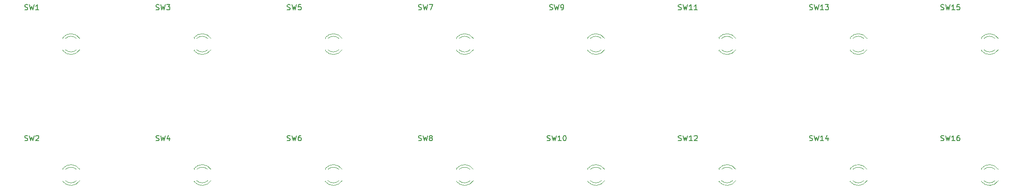
<source format=gbr>
%TF.GenerationSoftware,KiCad,Pcbnew,(5.1.7-0-10_14)*%
%TF.CreationDate,2020-10-27T13:19:28-03:00*%
%TF.ProjectId,macedo module 3,6d616365-646f-4206-9d6f-64756c652033,1*%
%TF.SameCoordinates,Original*%
%TF.FileFunction,Legend,Top*%
%TF.FilePolarity,Positive*%
%FSLAX46Y46*%
G04 Gerber Fmt 4.6, Leading zero omitted, Abs format (unit mm)*
G04 Created by KiCad (PCBNEW (5.1.7-0-10_14)) date 2020-10-27 13:19:28*
%MOMM*%
%LPD*%
G01*
G04 APERTURE LIST*
%ADD10C,0.120000*%
%ADD11C,0.150000*%
G04 APERTURE END LIST*
D10*
%TO.C,D1*%
X60510000Y-73164000D02*
X60510000Y-73320000D01*
X60510000Y-75480000D02*
X60510000Y-75636000D01*
X63111130Y-75479837D02*
G75*
G02*
X61029039Y-75480000I-1041130J1079837D01*
G01*
X63111130Y-73320163D02*
G75*
G03*
X61029039Y-73320000I-1041130J-1079837D01*
G01*
X63742335Y-75478608D02*
G75*
G02*
X60510000Y-75635516I-1672335J1078608D01*
G01*
X63742335Y-73321392D02*
G75*
G03*
X60510000Y-73164484I-1672335J-1078608D01*
G01*
%TO.C,D2*%
X60510000Y-100480000D02*
X60510000Y-100636000D01*
X60510000Y-98164000D02*
X60510000Y-98320000D01*
X63742335Y-98321392D02*
G75*
G03*
X60510000Y-98164484I-1672335J-1078608D01*
G01*
X63742335Y-100478608D02*
G75*
G02*
X60510000Y-100635516I-1672335J1078608D01*
G01*
X63111130Y-98320163D02*
G75*
G03*
X61029039Y-98320000I-1041130J-1079837D01*
G01*
X63111130Y-100479837D02*
G75*
G02*
X61029039Y-100480000I-1041130J1079837D01*
G01*
%TO.C,D3*%
X85510000Y-75480000D02*
X85510000Y-75636000D01*
X85510000Y-73164000D02*
X85510000Y-73320000D01*
X88742335Y-73321392D02*
G75*
G03*
X85510000Y-73164484I-1672335J-1078608D01*
G01*
X88742335Y-75478608D02*
G75*
G02*
X85510000Y-75635516I-1672335J1078608D01*
G01*
X88111130Y-73320163D02*
G75*
G03*
X86029039Y-73320000I-1041130J-1079837D01*
G01*
X88111130Y-75479837D02*
G75*
G02*
X86029039Y-75480000I-1041130J1079837D01*
G01*
%TO.C,D4*%
X85510000Y-100480000D02*
X85510000Y-100636000D01*
X85510000Y-98164000D02*
X85510000Y-98320000D01*
X88742335Y-98321392D02*
G75*
G03*
X85510000Y-98164484I-1672335J-1078608D01*
G01*
X88742335Y-100478608D02*
G75*
G02*
X85510000Y-100635516I-1672335J1078608D01*
G01*
X88111130Y-98320163D02*
G75*
G03*
X86029039Y-98320000I-1041130J-1079837D01*
G01*
X88111130Y-100479837D02*
G75*
G02*
X86029039Y-100480000I-1041130J1079837D01*
G01*
%TO.C,D5*%
X110510000Y-73164000D02*
X110510000Y-73320000D01*
X110510000Y-75480000D02*
X110510000Y-75636000D01*
X113111130Y-75479837D02*
G75*
G02*
X111029039Y-75480000I-1041130J1079837D01*
G01*
X113111130Y-73320163D02*
G75*
G03*
X111029039Y-73320000I-1041130J-1079837D01*
G01*
X113742335Y-75478608D02*
G75*
G02*
X110510000Y-75635516I-1672335J1078608D01*
G01*
X113742335Y-73321392D02*
G75*
G03*
X110510000Y-73164484I-1672335J-1078608D01*
G01*
%TO.C,D6*%
X110510000Y-100480000D02*
X110510000Y-100636000D01*
X110510000Y-98164000D02*
X110510000Y-98320000D01*
X113742335Y-98321392D02*
G75*
G03*
X110510000Y-98164484I-1672335J-1078608D01*
G01*
X113742335Y-100478608D02*
G75*
G02*
X110510000Y-100635516I-1672335J1078608D01*
G01*
X113111130Y-98320163D02*
G75*
G03*
X111029039Y-98320000I-1041130J-1079837D01*
G01*
X113111130Y-100479837D02*
G75*
G02*
X111029039Y-100480000I-1041130J1079837D01*
G01*
%TO.C,D7*%
X135510000Y-75480000D02*
X135510000Y-75636000D01*
X135510000Y-73164000D02*
X135510000Y-73320000D01*
X138742335Y-73321392D02*
G75*
G03*
X135510000Y-73164484I-1672335J-1078608D01*
G01*
X138742335Y-75478608D02*
G75*
G02*
X135510000Y-75635516I-1672335J1078608D01*
G01*
X138111130Y-73320163D02*
G75*
G03*
X136029039Y-73320000I-1041130J-1079837D01*
G01*
X138111130Y-75479837D02*
G75*
G02*
X136029039Y-75480000I-1041130J1079837D01*
G01*
%TO.C,D8*%
X135510000Y-98164000D02*
X135510000Y-98320000D01*
X135510000Y-100480000D02*
X135510000Y-100636000D01*
X138111130Y-100479837D02*
G75*
G02*
X136029039Y-100480000I-1041130J1079837D01*
G01*
X138111130Y-98320163D02*
G75*
G03*
X136029039Y-98320000I-1041130J-1079837D01*
G01*
X138742335Y-100478608D02*
G75*
G02*
X135510000Y-100635516I-1672335J1078608D01*
G01*
X138742335Y-98321392D02*
G75*
G03*
X135510000Y-98164484I-1672335J-1078608D01*
G01*
%TO.C,D9*%
X160510000Y-75480000D02*
X160510000Y-75636000D01*
X160510000Y-73164000D02*
X160510000Y-73320000D01*
X163742335Y-73321392D02*
G75*
G03*
X160510000Y-73164484I-1672335J-1078608D01*
G01*
X163742335Y-75478608D02*
G75*
G02*
X160510000Y-75635516I-1672335J1078608D01*
G01*
X163111130Y-73320163D02*
G75*
G03*
X161029039Y-73320000I-1041130J-1079837D01*
G01*
X163111130Y-75479837D02*
G75*
G02*
X161029039Y-75480000I-1041130J1079837D01*
G01*
%TO.C,D10*%
X160510000Y-98164000D02*
X160510000Y-98320000D01*
X160510000Y-100480000D02*
X160510000Y-100636000D01*
X163111130Y-100479837D02*
G75*
G02*
X161029039Y-100480000I-1041130J1079837D01*
G01*
X163111130Y-98320163D02*
G75*
G03*
X161029039Y-98320000I-1041130J-1079837D01*
G01*
X163742335Y-100478608D02*
G75*
G02*
X160510000Y-100635516I-1672335J1078608D01*
G01*
X163742335Y-98321392D02*
G75*
G03*
X160510000Y-98164484I-1672335J-1078608D01*
G01*
%TO.C,D11*%
X185510000Y-73164000D02*
X185510000Y-73320000D01*
X185510000Y-75480000D02*
X185510000Y-75636000D01*
X188111130Y-75479837D02*
G75*
G02*
X186029039Y-75480000I-1041130J1079837D01*
G01*
X188111130Y-73320163D02*
G75*
G03*
X186029039Y-73320000I-1041130J-1079837D01*
G01*
X188742335Y-75478608D02*
G75*
G02*
X185510000Y-75635516I-1672335J1078608D01*
G01*
X188742335Y-73321392D02*
G75*
G03*
X185510000Y-73164484I-1672335J-1078608D01*
G01*
%TO.C,D12*%
X185510000Y-98164000D02*
X185510000Y-98320000D01*
X185510000Y-100480000D02*
X185510000Y-100636000D01*
X188111130Y-100479837D02*
G75*
G02*
X186029039Y-100480000I-1041130J1079837D01*
G01*
X188111130Y-98320163D02*
G75*
G03*
X186029039Y-98320000I-1041130J-1079837D01*
G01*
X188742335Y-100478608D02*
G75*
G02*
X185510000Y-100635516I-1672335J1078608D01*
G01*
X188742335Y-98321392D02*
G75*
G03*
X185510000Y-98164484I-1672335J-1078608D01*
G01*
%TO.C,D13*%
X210510000Y-75480000D02*
X210510000Y-75636000D01*
X210510000Y-73164000D02*
X210510000Y-73320000D01*
X213742335Y-73321392D02*
G75*
G03*
X210510000Y-73164484I-1672335J-1078608D01*
G01*
X213742335Y-75478608D02*
G75*
G02*
X210510000Y-75635516I-1672335J1078608D01*
G01*
X213111130Y-73320163D02*
G75*
G03*
X211029039Y-73320000I-1041130J-1079837D01*
G01*
X213111130Y-75479837D02*
G75*
G02*
X211029039Y-75480000I-1041130J1079837D01*
G01*
%TO.C,D14*%
X210510000Y-98164000D02*
X210510000Y-98320000D01*
X210510000Y-100480000D02*
X210510000Y-100636000D01*
X213111130Y-100479837D02*
G75*
G02*
X211029039Y-100480000I-1041130J1079837D01*
G01*
X213111130Y-98320163D02*
G75*
G03*
X211029039Y-98320000I-1041130J-1079837D01*
G01*
X213742335Y-100478608D02*
G75*
G02*
X210510000Y-100635516I-1672335J1078608D01*
G01*
X213742335Y-98321392D02*
G75*
G03*
X210510000Y-98164484I-1672335J-1078608D01*
G01*
%TO.C,D15*%
X235510000Y-73164000D02*
X235510000Y-73320000D01*
X235510000Y-75480000D02*
X235510000Y-75636000D01*
X238111130Y-75479837D02*
G75*
G02*
X236029039Y-75480000I-1041130J1079837D01*
G01*
X238111130Y-73320163D02*
G75*
G03*
X236029039Y-73320000I-1041130J-1079837D01*
G01*
X238742335Y-75478608D02*
G75*
G02*
X235510000Y-75635516I-1672335J1078608D01*
G01*
X238742335Y-73321392D02*
G75*
G03*
X235510000Y-73164484I-1672335J-1078608D01*
G01*
%TO.C,D16*%
X235510000Y-100480000D02*
X235510000Y-100636000D01*
X235510000Y-98164000D02*
X235510000Y-98320000D01*
X238742335Y-98321392D02*
G75*
G03*
X235510000Y-98164484I-1672335J-1078608D01*
G01*
X238742335Y-100478608D02*
G75*
G02*
X235510000Y-100635516I-1672335J1078608D01*
G01*
X238111130Y-98320163D02*
G75*
G03*
X236029039Y-98320000I-1041130J-1079837D01*
G01*
X238111130Y-100479837D02*
G75*
G02*
X236029039Y-100480000I-1041130J1079837D01*
G01*
%TO.C,SW2*%
D11*
X53266666Y-92804761D02*
X53409523Y-92852380D01*
X53647619Y-92852380D01*
X53742857Y-92804761D01*
X53790476Y-92757142D01*
X53838095Y-92661904D01*
X53838095Y-92566666D01*
X53790476Y-92471428D01*
X53742857Y-92423809D01*
X53647619Y-92376190D01*
X53457142Y-92328571D01*
X53361904Y-92280952D01*
X53314285Y-92233333D01*
X53266666Y-92138095D01*
X53266666Y-92042857D01*
X53314285Y-91947619D01*
X53361904Y-91900000D01*
X53457142Y-91852380D01*
X53695238Y-91852380D01*
X53838095Y-91900000D01*
X54171428Y-91852380D02*
X54409523Y-92852380D01*
X54600000Y-92138095D01*
X54790476Y-92852380D01*
X55028571Y-91852380D01*
X55361904Y-91947619D02*
X55409523Y-91900000D01*
X55504761Y-91852380D01*
X55742857Y-91852380D01*
X55838095Y-91900000D01*
X55885714Y-91947619D01*
X55933333Y-92042857D01*
X55933333Y-92138095D01*
X55885714Y-92280952D01*
X55314285Y-92852380D01*
X55933333Y-92852380D01*
%TO.C,SW1*%
X53266666Y-67804761D02*
X53409523Y-67852380D01*
X53647619Y-67852380D01*
X53742857Y-67804761D01*
X53790476Y-67757142D01*
X53838095Y-67661904D01*
X53838095Y-67566666D01*
X53790476Y-67471428D01*
X53742857Y-67423809D01*
X53647619Y-67376190D01*
X53457142Y-67328571D01*
X53361904Y-67280952D01*
X53314285Y-67233333D01*
X53266666Y-67138095D01*
X53266666Y-67042857D01*
X53314285Y-66947619D01*
X53361904Y-66900000D01*
X53457142Y-66852380D01*
X53695238Y-66852380D01*
X53838095Y-66900000D01*
X54171428Y-66852380D02*
X54409523Y-67852380D01*
X54600000Y-67138095D01*
X54790476Y-67852380D01*
X55028571Y-66852380D01*
X55933333Y-67852380D02*
X55361904Y-67852380D01*
X55647619Y-67852380D02*
X55647619Y-66852380D01*
X55552380Y-66995238D01*
X55457142Y-67090476D01*
X55361904Y-67138095D01*
%TO.C,SW3*%
X78266666Y-67804761D02*
X78409523Y-67852380D01*
X78647619Y-67852380D01*
X78742857Y-67804761D01*
X78790476Y-67757142D01*
X78838095Y-67661904D01*
X78838095Y-67566666D01*
X78790476Y-67471428D01*
X78742857Y-67423809D01*
X78647619Y-67376190D01*
X78457142Y-67328571D01*
X78361904Y-67280952D01*
X78314285Y-67233333D01*
X78266666Y-67138095D01*
X78266666Y-67042857D01*
X78314285Y-66947619D01*
X78361904Y-66900000D01*
X78457142Y-66852380D01*
X78695238Y-66852380D01*
X78838095Y-66900000D01*
X79171428Y-66852380D02*
X79409523Y-67852380D01*
X79600000Y-67138095D01*
X79790476Y-67852380D01*
X80028571Y-66852380D01*
X80314285Y-66852380D02*
X80933333Y-66852380D01*
X80600000Y-67233333D01*
X80742857Y-67233333D01*
X80838095Y-67280952D01*
X80885714Y-67328571D01*
X80933333Y-67423809D01*
X80933333Y-67661904D01*
X80885714Y-67757142D01*
X80838095Y-67804761D01*
X80742857Y-67852380D01*
X80457142Y-67852380D01*
X80361904Y-67804761D01*
X80314285Y-67757142D01*
%TO.C,SW4*%
X78266666Y-92804761D02*
X78409523Y-92852380D01*
X78647619Y-92852380D01*
X78742857Y-92804761D01*
X78790476Y-92757142D01*
X78838095Y-92661904D01*
X78838095Y-92566666D01*
X78790476Y-92471428D01*
X78742857Y-92423809D01*
X78647619Y-92376190D01*
X78457142Y-92328571D01*
X78361904Y-92280952D01*
X78314285Y-92233333D01*
X78266666Y-92138095D01*
X78266666Y-92042857D01*
X78314285Y-91947619D01*
X78361904Y-91900000D01*
X78457142Y-91852380D01*
X78695238Y-91852380D01*
X78838095Y-91900000D01*
X79171428Y-91852380D02*
X79409523Y-92852380D01*
X79600000Y-92138095D01*
X79790476Y-92852380D01*
X80028571Y-91852380D01*
X80838095Y-92185714D02*
X80838095Y-92852380D01*
X80600000Y-91804761D02*
X80361904Y-92519047D01*
X80980952Y-92519047D01*
%TO.C,SW5*%
X103266666Y-67804761D02*
X103409523Y-67852380D01*
X103647619Y-67852380D01*
X103742857Y-67804761D01*
X103790476Y-67757142D01*
X103838095Y-67661904D01*
X103838095Y-67566666D01*
X103790476Y-67471428D01*
X103742857Y-67423809D01*
X103647619Y-67376190D01*
X103457142Y-67328571D01*
X103361904Y-67280952D01*
X103314285Y-67233333D01*
X103266666Y-67138095D01*
X103266666Y-67042857D01*
X103314285Y-66947619D01*
X103361904Y-66900000D01*
X103457142Y-66852380D01*
X103695238Y-66852380D01*
X103838095Y-66900000D01*
X104171428Y-66852380D02*
X104409523Y-67852380D01*
X104600000Y-67138095D01*
X104790476Y-67852380D01*
X105028571Y-66852380D01*
X105885714Y-66852380D02*
X105409523Y-66852380D01*
X105361904Y-67328571D01*
X105409523Y-67280952D01*
X105504761Y-67233333D01*
X105742857Y-67233333D01*
X105838095Y-67280952D01*
X105885714Y-67328571D01*
X105933333Y-67423809D01*
X105933333Y-67661904D01*
X105885714Y-67757142D01*
X105838095Y-67804761D01*
X105742857Y-67852380D01*
X105504761Y-67852380D01*
X105409523Y-67804761D01*
X105361904Y-67757142D01*
%TO.C,SW6*%
X103266666Y-92804761D02*
X103409523Y-92852380D01*
X103647619Y-92852380D01*
X103742857Y-92804761D01*
X103790476Y-92757142D01*
X103838095Y-92661904D01*
X103838095Y-92566666D01*
X103790476Y-92471428D01*
X103742857Y-92423809D01*
X103647619Y-92376190D01*
X103457142Y-92328571D01*
X103361904Y-92280952D01*
X103314285Y-92233333D01*
X103266666Y-92138095D01*
X103266666Y-92042857D01*
X103314285Y-91947619D01*
X103361904Y-91900000D01*
X103457142Y-91852380D01*
X103695238Y-91852380D01*
X103838095Y-91900000D01*
X104171428Y-91852380D02*
X104409523Y-92852380D01*
X104600000Y-92138095D01*
X104790476Y-92852380D01*
X105028571Y-91852380D01*
X105838095Y-91852380D02*
X105647619Y-91852380D01*
X105552380Y-91900000D01*
X105504761Y-91947619D01*
X105409523Y-92090476D01*
X105361904Y-92280952D01*
X105361904Y-92661904D01*
X105409523Y-92757142D01*
X105457142Y-92804761D01*
X105552380Y-92852380D01*
X105742857Y-92852380D01*
X105838095Y-92804761D01*
X105885714Y-92757142D01*
X105933333Y-92661904D01*
X105933333Y-92423809D01*
X105885714Y-92328571D01*
X105838095Y-92280952D01*
X105742857Y-92233333D01*
X105552380Y-92233333D01*
X105457142Y-92280952D01*
X105409523Y-92328571D01*
X105361904Y-92423809D01*
%TO.C,SW7*%
X128266666Y-67804761D02*
X128409523Y-67852380D01*
X128647619Y-67852380D01*
X128742857Y-67804761D01*
X128790476Y-67757142D01*
X128838095Y-67661904D01*
X128838095Y-67566666D01*
X128790476Y-67471428D01*
X128742857Y-67423809D01*
X128647619Y-67376190D01*
X128457142Y-67328571D01*
X128361904Y-67280952D01*
X128314285Y-67233333D01*
X128266666Y-67138095D01*
X128266666Y-67042857D01*
X128314285Y-66947619D01*
X128361904Y-66900000D01*
X128457142Y-66852380D01*
X128695238Y-66852380D01*
X128838095Y-66900000D01*
X129171428Y-66852380D02*
X129409523Y-67852380D01*
X129600000Y-67138095D01*
X129790476Y-67852380D01*
X130028571Y-66852380D01*
X130314285Y-66852380D02*
X130980952Y-66852380D01*
X130552380Y-67852380D01*
%TO.C,SW8*%
X128266666Y-92804761D02*
X128409523Y-92852380D01*
X128647619Y-92852380D01*
X128742857Y-92804761D01*
X128790476Y-92757142D01*
X128838095Y-92661904D01*
X128838095Y-92566666D01*
X128790476Y-92471428D01*
X128742857Y-92423809D01*
X128647619Y-92376190D01*
X128457142Y-92328571D01*
X128361904Y-92280952D01*
X128314285Y-92233333D01*
X128266666Y-92138095D01*
X128266666Y-92042857D01*
X128314285Y-91947619D01*
X128361904Y-91900000D01*
X128457142Y-91852380D01*
X128695238Y-91852380D01*
X128838095Y-91900000D01*
X129171428Y-91852380D02*
X129409523Y-92852380D01*
X129600000Y-92138095D01*
X129790476Y-92852380D01*
X130028571Y-91852380D01*
X130552380Y-92280952D02*
X130457142Y-92233333D01*
X130409523Y-92185714D01*
X130361904Y-92090476D01*
X130361904Y-92042857D01*
X130409523Y-91947619D01*
X130457142Y-91900000D01*
X130552380Y-91852380D01*
X130742857Y-91852380D01*
X130838095Y-91900000D01*
X130885714Y-91947619D01*
X130933333Y-92042857D01*
X130933333Y-92090476D01*
X130885714Y-92185714D01*
X130838095Y-92233333D01*
X130742857Y-92280952D01*
X130552380Y-92280952D01*
X130457142Y-92328571D01*
X130409523Y-92376190D01*
X130361904Y-92471428D01*
X130361904Y-92661904D01*
X130409523Y-92757142D01*
X130457142Y-92804761D01*
X130552380Y-92852380D01*
X130742857Y-92852380D01*
X130838095Y-92804761D01*
X130885714Y-92757142D01*
X130933333Y-92661904D01*
X130933333Y-92471428D01*
X130885714Y-92376190D01*
X130838095Y-92328571D01*
X130742857Y-92280952D01*
%TO.C,SW9*%
X153266666Y-67804761D02*
X153409523Y-67852380D01*
X153647619Y-67852380D01*
X153742857Y-67804761D01*
X153790476Y-67757142D01*
X153838095Y-67661904D01*
X153838095Y-67566666D01*
X153790476Y-67471428D01*
X153742857Y-67423809D01*
X153647619Y-67376190D01*
X153457142Y-67328571D01*
X153361904Y-67280952D01*
X153314285Y-67233333D01*
X153266666Y-67138095D01*
X153266666Y-67042857D01*
X153314285Y-66947619D01*
X153361904Y-66900000D01*
X153457142Y-66852380D01*
X153695238Y-66852380D01*
X153838095Y-66900000D01*
X154171428Y-66852380D02*
X154409523Y-67852380D01*
X154600000Y-67138095D01*
X154790476Y-67852380D01*
X155028571Y-66852380D01*
X155457142Y-67852380D02*
X155647619Y-67852380D01*
X155742857Y-67804761D01*
X155790476Y-67757142D01*
X155885714Y-67614285D01*
X155933333Y-67423809D01*
X155933333Y-67042857D01*
X155885714Y-66947619D01*
X155838095Y-66900000D01*
X155742857Y-66852380D01*
X155552380Y-66852380D01*
X155457142Y-66900000D01*
X155409523Y-66947619D01*
X155361904Y-67042857D01*
X155361904Y-67280952D01*
X155409523Y-67376190D01*
X155457142Y-67423809D01*
X155552380Y-67471428D01*
X155742857Y-67471428D01*
X155838095Y-67423809D01*
X155885714Y-67376190D01*
X155933333Y-67280952D01*
%TO.C,SW10*%
X152790476Y-92804761D02*
X152933333Y-92852380D01*
X153171428Y-92852380D01*
X153266666Y-92804761D01*
X153314285Y-92757142D01*
X153361904Y-92661904D01*
X153361904Y-92566666D01*
X153314285Y-92471428D01*
X153266666Y-92423809D01*
X153171428Y-92376190D01*
X152980952Y-92328571D01*
X152885714Y-92280952D01*
X152838095Y-92233333D01*
X152790476Y-92138095D01*
X152790476Y-92042857D01*
X152838095Y-91947619D01*
X152885714Y-91900000D01*
X152980952Y-91852380D01*
X153219047Y-91852380D01*
X153361904Y-91900000D01*
X153695238Y-91852380D02*
X153933333Y-92852380D01*
X154123809Y-92138095D01*
X154314285Y-92852380D01*
X154552380Y-91852380D01*
X155457142Y-92852380D02*
X154885714Y-92852380D01*
X155171428Y-92852380D02*
X155171428Y-91852380D01*
X155076190Y-91995238D01*
X154980952Y-92090476D01*
X154885714Y-92138095D01*
X156076190Y-91852380D02*
X156171428Y-91852380D01*
X156266666Y-91900000D01*
X156314285Y-91947619D01*
X156361904Y-92042857D01*
X156409523Y-92233333D01*
X156409523Y-92471428D01*
X156361904Y-92661904D01*
X156314285Y-92757142D01*
X156266666Y-92804761D01*
X156171428Y-92852380D01*
X156076190Y-92852380D01*
X155980952Y-92804761D01*
X155933333Y-92757142D01*
X155885714Y-92661904D01*
X155838095Y-92471428D01*
X155838095Y-92233333D01*
X155885714Y-92042857D01*
X155933333Y-91947619D01*
X155980952Y-91900000D01*
X156076190Y-91852380D01*
%TO.C,SW11*%
X177790476Y-67804761D02*
X177933333Y-67852380D01*
X178171428Y-67852380D01*
X178266666Y-67804761D01*
X178314285Y-67757142D01*
X178361904Y-67661904D01*
X178361904Y-67566666D01*
X178314285Y-67471428D01*
X178266666Y-67423809D01*
X178171428Y-67376190D01*
X177980952Y-67328571D01*
X177885714Y-67280952D01*
X177838095Y-67233333D01*
X177790476Y-67138095D01*
X177790476Y-67042857D01*
X177838095Y-66947619D01*
X177885714Y-66900000D01*
X177980952Y-66852380D01*
X178219047Y-66852380D01*
X178361904Y-66900000D01*
X178695238Y-66852380D02*
X178933333Y-67852380D01*
X179123809Y-67138095D01*
X179314285Y-67852380D01*
X179552380Y-66852380D01*
X180457142Y-67852380D02*
X179885714Y-67852380D01*
X180171428Y-67852380D02*
X180171428Y-66852380D01*
X180076190Y-66995238D01*
X179980952Y-67090476D01*
X179885714Y-67138095D01*
X181409523Y-67852380D02*
X180838095Y-67852380D01*
X181123809Y-67852380D02*
X181123809Y-66852380D01*
X181028571Y-66995238D01*
X180933333Y-67090476D01*
X180838095Y-67138095D01*
%TO.C,SW12*%
X177790476Y-92804761D02*
X177933333Y-92852380D01*
X178171428Y-92852380D01*
X178266666Y-92804761D01*
X178314285Y-92757142D01*
X178361904Y-92661904D01*
X178361904Y-92566666D01*
X178314285Y-92471428D01*
X178266666Y-92423809D01*
X178171428Y-92376190D01*
X177980952Y-92328571D01*
X177885714Y-92280952D01*
X177838095Y-92233333D01*
X177790476Y-92138095D01*
X177790476Y-92042857D01*
X177838095Y-91947619D01*
X177885714Y-91900000D01*
X177980952Y-91852380D01*
X178219047Y-91852380D01*
X178361904Y-91900000D01*
X178695238Y-91852380D02*
X178933333Y-92852380D01*
X179123809Y-92138095D01*
X179314285Y-92852380D01*
X179552380Y-91852380D01*
X180457142Y-92852380D02*
X179885714Y-92852380D01*
X180171428Y-92852380D02*
X180171428Y-91852380D01*
X180076190Y-91995238D01*
X179980952Y-92090476D01*
X179885714Y-92138095D01*
X180838095Y-91947619D02*
X180885714Y-91900000D01*
X180980952Y-91852380D01*
X181219047Y-91852380D01*
X181314285Y-91900000D01*
X181361904Y-91947619D01*
X181409523Y-92042857D01*
X181409523Y-92138095D01*
X181361904Y-92280952D01*
X180790476Y-92852380D01*
X181409523Y-92852380D01*
%TO.C,SW13*%
X202790476Y-67804761D02*
X202933333Y-67852380D01*
X203171428Y-67852380D01*
X203266666Y-67804761D01*
X203314285Y-67757142D01*
X203361904Y-67661904D01*
X203361904Y-67566666D01*
X203314285Y-67471428D01*
X203266666Y-67423809D01*
X203171428Y-67376190D01*
X202980952Y-67328571D01*
X202885714Y-67280952D01*
X202838095Y-67233333D01*
X202790476Y-67138095D01*
X202790476Y-67042857D01*
X202838095Y-66947619D01*
X202885714Y-66900000D01*
X202980952Y-66852380D01*
X203219047Y-66852380D01*
X203361904Y-66900000D01*
X203695238Y-66852380D02*
X203933333Y-67852380D01*
X204123809Y-67138095D01*
X204314285Y-67852380D01*
X204552380Y-66852380D01*
X205457142Y-67852380D02*
X204885714Y-67852380D01*
X205171428Y-67852380D02*
X205171428Y-66852380D01*
X205076190Y-66995238D01*
X204980952Y-67090476D01*
X204885714Y-67138095D01*
X205790476Y-66852380D02*
X206409523Y-66852380D01*
X206076190Y-67233333D01*
X206219047Y-67233333D01*
X206314285Y-67280952D01*
X206361904Y-67328571D01*
X206409523Y-67423809D01*
X206409523Y-67661904D01*
X206361904Y-67757142D01*
X206314285Y-67804761D01*
X206219047Y-67852380D01*
X205933333Y-67852380D01*
X205838095Y-67804761D01*
X205790476Y-67757142D01*
%TO.C,SW14*%
X202790476Y-92804761D02*
X202933333Y-92852380D01*
X203171428Y-92852380D01*
X203266666Y-92804761D01*
X203314285Y-92757142D01*
X203361904Y-92661904D01*
X203361904Y-92566666D01*
X203314285Y-92471428D01*
X203266666Y-92423809D01*
X203171428Y-92376190D01*
X202980952Y-92328571D01*
X202885714Y-92280952D01*
X202838095Y-92233333D01*
X202790476Y-92138095D01*
X202790476Y-92042857D01*
X202838095Y-91947619D01*
X202885714Y-91900000D01*
X202980952Y-91852380D01*
X203219047Y-91852380D01*
X203361904Y-91900000D01*
X203695238Y-91852380D02*
X203933333Y-92852380D01*
X204123809Y-92138095D01*
X204314285Y-92852380D01*
X204552380Y-91852380D01*
X205457142Y-92852380D02*
X204885714Y-92852380D01*
X205171428Y-92852380D02*
X205171428Y-91852380D01*
X205076190Y-91995238D01*
X204980952Y-92090476D01*
X204885714Y-92138095D01*
X206314285Y-92185714D02*
X206314285Y-92852380D01*
X206076190Y-91804761D02*
X205838095Y-92519047D01*
X206457142Y-92519047D01*
%TO.C,SW15*%
X227790476Y-67804761D02*
X227933333Y-67852380D01*
X228171428Y-67852380D01*
X228266666Y-67804761D01*
X228314285Y-67757142D01*
X228361904Y-67661904D01*
X228361904Y-67566666D01*
X228314285Y-67471428D01*
X228266666Y-67423809D01*
X228171428Y-67376190D01*
X227980952Y-67328571D01*
X227885714Y-67280952D01*
X227838095Y-67233333D01*
X227790476Y-67138095D01*
X227790476Y-67042857D01*
X227838095Y-66947619D01*
X227885714Y-66900000D01*
X227980952Y-66852380D01*
X228219047Y-66852380D01*
X228361904Y-66900000D01*
X228695238Y-66852380D02*
X228933333Y-67852380D01*
X229123809Y-67138095D01*
X229314285Y-67852380D01*
X229552380Y-66852380D01*
X230457142Y-67852380D02*
X229885714Y-67852380D01*
X230171428Y-67852380D02*
X230171428Y-66852380D01*
X230076190Y-66995238D01*
X229980952Y-67090476D01*
X229885714Y-67138095D01*
X231361904Y-66852380D02*
X230885714Y-66852380D01*
X230838095Y-67328571D01*
X230885714Y-67280952D01*
X230980952Y-67233333D01*
X231219047Y-67233333D01*
X231314285Y-67280952D01*
X231361904Y-67328571D01*
X231409523Y-67423809D01*
X231409523Y-67661904D01*
X231361904Y-67757142D01*
X231314285Y-67804761D01*
X231219047Y-67852380D01*
X230980952Y-67852380D01*
X230885714Y-67804761D01*
X230838095Y-67757142D01*
%TO.C,SW16*%
X227790476Y-92804761D02*
X227933333Y-92852380D01*
X228171428Y-92852380D01*
X228266666Y-92804761D01*
X228314285Y-92757142D01*
X228361904Y-92661904D01*
X228361904Y-92566666D01*
X228314285Y-92471428D01*
X228266666Y-92423809D01*
X228171428Y-92376190D01*
X227980952Y-92328571D01*
X227885714Y-92280952D01*
X227838095Y-92233333D01*
X227790476Y-92138095D01*
X227790476Y-92042857D01*
X227838095Y-91947619D01*
X227885714Y-91900000D01*
X227980952Y-91852380D01*
X228219047Y-91852380D01*
X228361904Y-91900000D01*
X228695238Y-91852380D02*
X228933333Y-92852380D01*
X229123809Y-92138095D01*
X229314285Y-92852380D01*
X229552380Y-91852380D01*
X230457142Y-92852380D02*
X229885714Y-92852380D01*
X230171428Y-92852380D02*
X230171428Y-91852380D01*
X230076190Y-91995238D01*
X229980952Y-92090476D01*
X229885714Y-92138095D01*
X231314285Y-91852380D02*
X231123809Y-91852380D01*
X231028571Y-91900000D01*
X230980952Y-91947619D01*
X230885714Y-92090476D01*
X230838095Y-92280952D01*
X230838095Y-92661904D01*
X230885714Y-92757142D01*
X230933333Y-92804761D01*
X231028571Y-92852380D01*
X231219047Y-92852380D01*
X231314285Y-92804761D01*
X231361904Y-92757142D01*
X231409523Y-92661904D01*
X231409523Y-92423809D01*
X231361904Y-92328571D01*
X231314285Y-92280952D01*
X231219047Y-92233333D01*
X231028571Y-92233333D01*
X230933333Y-92280952D01*
X230885714Y-92328571D01*
X230838095Y-92423809D01*
%TD*%
M02*

</source>
